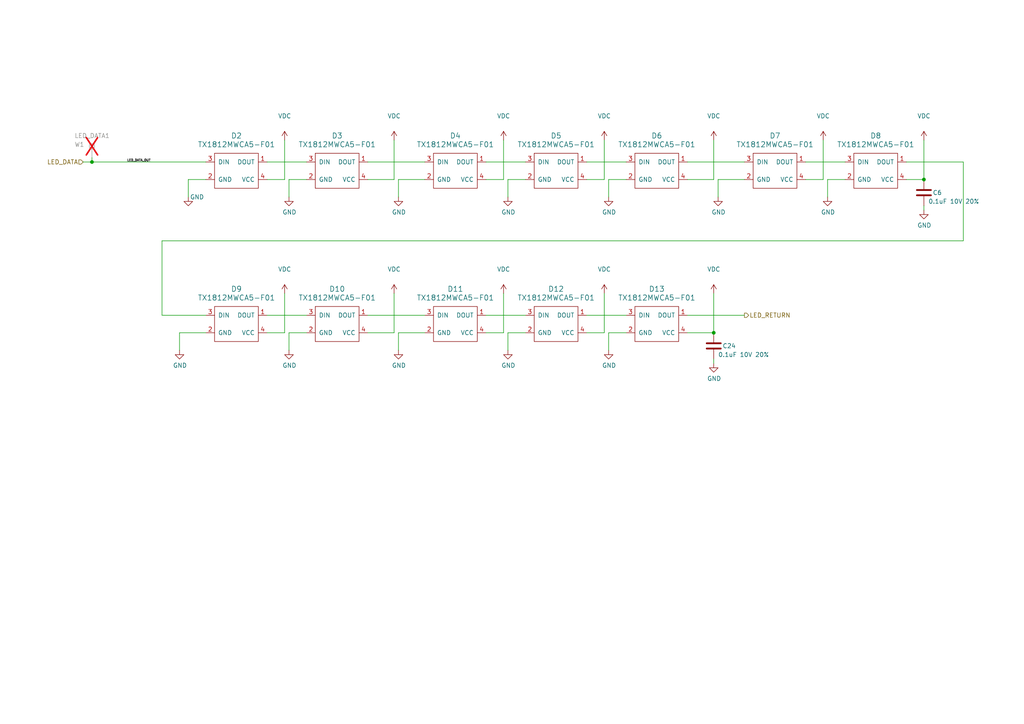
<source format=kicad_sch>
(kicad_sch (version 20250114) (generator "eeschema") (generator_version "9.0")
  (paper "A4")
  (title_block (title "Pixels D20 Schematic, Main") (date "2022-08-26") (rev "13") (company "Systemic Games, LLC") (comment 1 "LED Chain"))
  (lib_symbols
    (symbol "Device:C" (pin_numbers (hide yes)) (pin_names (offset 0.254))
      (property "Reference" "C" (at 0.635 2.54 0))
      (property "Value" "C" (at 0.635 -2.54 0))
      (symbol "C_0_1"
        (polyline (pts (xy -2.032 0.762) (xy 2.032 0.762)) (stroke (width 0.508)))
        (polyline (pts (xy -2.032 -0.762) (xy 2.032 -0.762)) (stroke (width 0.508)))
      )
      (symbol "C_1_1"
        (pin passive line (at 0 3.81 270) (length 2.794) (name "~") (number "1"))
        (pin passive line (at 0 -3.81 90) (length 2.794) (name "~") (number "2"))
      )
    )
    (symbol "Pixels-dice:TEST_1P-conn" (pin_numbers (hide yes)) (pin_names (offset 0.762) (hide yes))
      (property "Reference" "W" (at 0 6.858 0))
      (property "Value" "TEST_1P-conn" (at 0 5.08 0))
      (symbol "TEST_1P-conn_0_1"
        (circle (center 0 3.302) (radius 0.762))
      )
      (symbol "TEST_1P-conn_1_1"
        (pin passive line (at 0 0 90) (length 2.54) (name "1") (number "1"))
      )
    )
    (symbol "Pixels-dice:TX1812MJA5" (pin_names (offset 1.016))
      (property "Reference" "D" (at 0 -6.35 0))
      (property "Value" "TX1812MJA5" (at 0 6.35 0))
      (symbol "TX1812MJA5_0_1"
        (rectangle (start -6.35 5.08) (end 6.35 -5.08))
      )
      (symbol "TX1812MJA5_1_1"
        (pin input line (at -8.89 2.54 0) (length 2.54) (name "DIN") (number "3"))
        (pin power_in line (at -8.89 -2.54 0) (length 2.54) (name "GND") (number "2"))
        (pin output line (at 8.89 2.54 180) (length 2.54) (name "DOUT") (number "1"))
        (pin power_in line (at 8.89 -2.54 180) (length 2.54) (name "VCC") (number "4"))
      )
    )
    (symbol "power:GND" (power) (pin_names (offset 0))
      (property "Value" "GND" (at 0 -3.81 0))
      (symbol "GND_0_1"
        (polyline (pts (xy 0 0) (xy 0 -1.27) (xy 1.27 -1.27) (xy 0 -2.54) (xy -1.27 -1.27) (xy 0 -1.27)))
      )
      (symbol "GND_1_1"
        (pin power_in line (at 0 0 270) (length 0) (hide yes) (name "GND") (number "1"))
      )
    )
    (symbol "power:VDC" (power) (pin_names (offset 0))
      (property "Value" "VDC" (at 0 6.35 0))
      (symbol "VDC_0_1"
        (polyline (pts (xy -0.762 1.27) (xy 0 2.54)))
        (polyline (pts (xy 0 2.54) (xy 0.762 1.27)))
        (polyline (pts (xy 0 0) (xy 0 2.54)))
      )
      (symbol "VDC_1_1"
        (pin power_in line (at 0 0 90) (length 0) (hide yes) (name "VDC") (number "1"))
      )
    )
  )
  (junction (at 26.67 46.99))
  (junction (at 207.01 96.52))
  (junction (at 267.97 52.07))
  (wire (pts (xy 175.26 85.09) (xy 175.26 96.52)))
  (wire (pts (xy 207.01 40.64) (xy 207.01 52.07)))
  (wire (pts (xy 140.97 46.99) (xy 152.4 46.99)))
  (wire (pts (xy 279.4 46.99) (xy 279.4 69.85)))
  (wire (pts (xy 207.01 104.14) (xy 207.01 105.41)))
  (wire (pts (xy 233.68 52.07) (xy 238.76 52.07)))
  (wire (pts (xy 106.68 96.52) (xy 114.3 96.52)))
  (wire (pts (xy 176.53 96.52) (xy 176.53 101.6)))
  (wire (pts (xy 170.18 52.07) (xy 175.26 52.07)))
  (wire (pts (xy 176.53 52.07) (xy 181.61 52.07)))
  (wire (pts (xy 176.53 52.07) (xy 176.53 57.15)))
  (wire (pts (xy 82.55 85.09) (xy 82.55 96.52)))
  (wire (pts (xy 46.99 69.85) (xy 46.99 91.44)))
  (wire (pts (xy 146.05 85.09) (xy 146.05 96.52)))
  (wire (pts (xy 170.18 46.99) (xy 181.61 46.99)))
  (wire (pts (xy 77.47 91.44) (xy 88.9 91.44)))
  (wire (pts (xy 170.18 91.44) (xy 181.61 91.44)))
  (wire (pts (xy 114.3 40.64) (xy 114.3 52.07)))
  (wire (pts (xy 147.32 52.07) (xy 152.4 52.07)))
  (wire (pts (xy 147.32 96.52) (xy 152.4 96.52)))
  (wire (pts (xy 267.97 59.69) (xy 267.97 60.96)))
  (wire (pts (xy 262.89 52.07) (xy 267.97 52.07)))
  (wire (pts (xy 175.26 40.64) (xy 175.26 52.07)))
  (wire (pts (xy 140.97 91.44) (xy 152.4 91.44)))
  (wire (pts (xy 83.82 101.6) (xy 83.82 96.52)))
  (wire (pts (xy 106.68 46.99) (xy 123.19 46.99)))
  (wire (pts (xy 77.47 96.52) (xy 82.55 96.52)))
  (wire (pts (xy 83.82 57.15) (xy 83.82 52.07)))
  (wire (pts (xy 240.03 52.07) (xy 245.11 52.07)))
  (wire (pts (xy 199.39 52.07) (xy 207.01 52.07)))
  (wire (pts (xy 262.89 46.99) (xy 279.4 46.99)))
  (wire (pts (xy 267.97 40.64) (xy 267.97 52.07)))
  (wire (pts (xy 26.67 46.99) (xy 59.69 46.99)))
  (wire (pts (xy 106.68 52.07) (xy 114.3 52.07)))
  (wire (pts (xy 170.18 96.52) (xy 175.26 96.52)))
  (wire (pts (xy 54.61 52.07) (xy 54.61 57.15)))
  (wire (pts (xy 147.32 57.15) (xy 147.32 52.07)))
  (wire (pts (xy 114.3 85.09) (xy 114.3 96.52)))
  (wire (pts (xy 199.39 96.52) (xy 207.01 96.52)))
  (wire (pts (xy 26.67 45.72) (xy 26.67 46.99)))
  (wire (pts (xy 207.01 85.09) (xy 207.01 96.52)))
  (wire (pts (xy 208.28 52.07) (xy 208.28 57.15)))
  (wire (pts (xy 199.39 91.44) (xy 215.9 91.44)))
  (wire (pts (xy 46.99 91.44) (xy 59.69 91.44)))
  (wire (pts (xy 208.28 52.07) (xy 215.9 52.07)))
  (wire (pts (xy 147.32 101.6) (xy 147.32 96.52)))
  (wire (pts (xy 54.61 52.07) (xy 59.69 52.07)))
  (wire (pts (xy 83.82 96.52) (xy 88.9 96.52)))
  (wire (pts (xy 106.68 91.44) (xy 123.19 91.44)))
  (wire (pts (xy 52.07 96.52) (xy 59.69 96.52)))
  (wire (pts (xy 83.82 52.07) (xy 88.9 52.07)))
  (wire (pts (xy 140.97 52.07) (xy 146.05 52.07)))
  (wire (pts (xy 24.13 46.99) (xy 26.67 46.99)))
  (wire (pts (xy 233.68 46.99) (xy 245.11 46.99)))
  (wire (pts (xy 279.4 69.85) (xy 46.99 69.85)))
  (wire (pts (xy 115.57 96.52) (xy 115.57 101.6)))
  (wire (pts (xy 77.47 46.99) (xy 88.9 46.99)))
  (wire (pts (xy 115.57 96.52) (xy 123.19 96.52)))
  (wire (pts (xy 238.76 40.64) (xy 238.76 52.07)))
  (wire (pts (xy 140.97 96.52) (xy 146.05 96.52)))
  (wire (pts (xy 82.55 40.64) (xy 82.55 52.07)))
  (wire (pts (xy 199.39 46.99) (xy 215.9 46.99)))
  (wire (pts (xy 115.57 52.07) (xy 123.19 52.07)))
  (wire (pts (xy 146.05 40.64) (xy 146.05 52.07)))
  (wire (pts (xy 240.03 57.15) (xy 240.03 52.07)))
  (wire (pts (xy 77.47 52.07) (xy 82.55 52.07)))
  (wire (pts (xy 52.07 96.52) (xy 52.07 101.6)))
  (wire (pts (xy 176.53 96.52) (xy 181.61 96.52)))
  (wire (pts (xy 115.57 52.07) (xy 115.57 57.15)))
  (label "LED_DATA_OUT" (at 36.83 46.99 0) (effects (font (size 0.635 0.635))))
  (hierarchical_label "LED_RETURN" (shape output) (at 215.9 91.44 0))
  (hierarchical_label "LED_DATA" (shape input) (at 24.13 46.99 180))
  (symbol (lib_id "power:VDC") (at 82.55 40.64 0) (unit 1)
    (property "Reference" "#PWR0103" (effects (hide yes)))
    (property "Value" "VDC" (at 82.55 33.655 0))
  )
  (symbol (lib_id "power:VDC") (at 114.3 40.64 0) (unit 1)
    (property "Reference" "#PWR0104" (effects (hide yes)))
    (property "Value" "VDC" (at 114.3 33.655 0))
  )
  (symbol (lib_id "power:GND") (at 54.61 57.15 0) (unit 1)
    (property "Reference" "#PWR0105" (effects (hide yes)))
    (property "Value" "GND" (at 57.15 57.15 0))
  )
  (symbol (lib_id "power:GND") (at 83.82 57.15 0) (unit 1)
    (property "Reference" "#PWR0106" (effects (hide yes)))
    (property "Value" "GND" (at 83.947 61.5442 0))
  )
  (symbol (lib_id "power:VDC") (at 146.05 40.64 0) (unit 1)
    (property "Reference" "#PWR0107" (effects (hide yes)))
    (property "Value" "VDC" (at 146.05 33.655 0))
  )
  (symbol (lib_id "power:VDC") (at 175.26 40.64 0) (unit 1)
    (property "Reference" "#PWR0108" (effects (hide yes)))
    (property "Value" "VDC" (at 175.26 33.655 0))
  )
  (symbol (lib_id "power:GND") (at 115.57 57.15 0) (unit 1)
    (property "Reference" "#PWR0109" (effects (hide yes)))
    (property "Value" "GND" (at 115.697 61.5442 0))
  )
  (symbol (lib_id "power:GND") (at 147.32 57.15 0) (unit 1)
    (property "Reference" "#PWR0110" (effects (hide yes)))
    (property "Value" "GND" (at 147.447 61.5442 0))
  )
  (symbol (lib_id "power:VDC") (at 207.01 40.64 0) (unit 1)
    (property "Reference" "#PWR0111" (effects (hide yes)))
    (property "Value" "VDC" (at 207.01 33.655 0))
  )
  (symbol (lib_id "power:VDC") (at 238.76 40.64 0) (unit 1)
    (property "Reference" "#PWR0112" (effects (hide yes)))
    (property "Value" "VDC" (at 238.76 33.655 0))
  )
  (symbol (lib_id "power:VDC") (at 267.97 40.64 0) (unit 1)
    (property "Reference" "#PWR0113" (effects (hide yes)))
    (property "Value" "VDC" (at 267.97 33.655 0))
  )
  (symbol (lib_id "power:GND") (at 208.28 57.15 0) (unit 1)
    (property "Reference" "#PWR0114" (effects (hide yes)))
    (property "Value" "GND" (at 208.407 61.5442 0))
  )
  (symbol (lib_id "power:GND") (at 240.03 57.15 0) (unit 1)
    (property "Reference" "#PWR0115" (effects (hide yes)))
    (property "Value" "GND" (at 240.157 61.5442 0))
  )
  (symbol (lib_id "power:GND") (at 176.53 57.15 0) (unit 1)
    (property "Reference" "#PWR0116" (effects (hide yes)))
    (property "Value" "GND" (at 176.657 61.5442 0))
  )
  (symbol (lib_id "power:VDC") (at 82.55 85.09 0) (unit 1)
    (property "Reference" "#PWR0117" (effects (hide yes)))
    (property "Value" "VDC" (at 82.55 78.105 0))
  )
  (symbol (lib_id "power:VDC") (at 114.3 85.09 0) (unit 1)
    (property "Reference" "#PWR0118" (effects (hide yes)))
    (property "Value" "VDC" (at 114.3 78.105 0))
  )
  (symbol (lib_id "power:GND") (at 52.07 101.6 0) (unit 1)
    (property "Reference" "#PWR0119" (effects (hide yes)))
    (property "Value" "GND" (at 52.197 105.9942 0))
  )
  (symbol (lib_id "power:GND") (at 83.82 101.6 0) (unit 1)
    (property "Reference" "#PWR0120" (effects (hide yes)))
    (property "Value" "GND" (at 83.947 105.9942 0))
  )
  (symbol (lib_id "power:VDC") (at 175.26 85.09 0) (unit 1)
    (property "Reference" "#PWR0121" (effects (hide yes)))
    (property "Value" "VDC" (at 175.26 78.105 0))
  )
  (symbol (lib_id "power:GND") (at 115.57 101.6 0) (unit 1)
    (property "Reference" "#PWR0122" (effects (hide yes)))
    (property "Value" "GND" (at 115.697 105.9942 0))
  )
  (symbol (lib_id "power:GND") (at 147.32 101.6 0) (unit 1)
    (property "Reference" "#PWR0123" (effects (hide yes)))
    (property "Value" "GND" (at 147.447 105.9942 0))
  )
  (symbol (lib_id "power:VDC") (at 207.01 85.09 0) (unit 1)
    (property "Reference" "#PWR0124" (effects (hide yes)))
    (property "Value" "VDC" (at 207.01 78.105 0))
  )
  (symbol (lib_id "power:GND") (at 176.53 101.6 0) (unit 1)
    (property "Reference" "#PWR0129" (effects (hide yes)))
    (property "Value" "GND" (at 176.657 105.9942 0))
  )
  (symbol (lib_id "power:GND") (at 267.97 60.96 0) (unit 1)
    (property "Reference" "#PWR0140" (effects (hide yes)))
    (property "Value" "GND" (at 268.097 65.3542 0))
  )
  (symbol (lib_id "Device:C") (at 207.01 100.33 0) (unit 1)
    (property "Reference" "C24" (at 209.55 100.33 0) (effects (justify left)))
    (property "Value" "0.1uF 10V 20%" (at 208.28 102.87 0) (effects (justify left)))
    (property "Footprint" "Capacitor_SMD:C_0201_0603Metric" (effects (hide yes)))
    (property "Generic OK" "YES" (effects (hide yes)))
    (property "Manufacturer" "HRE" (effects (hide yes)))
    (property "LCSC Part #" "C6119757" (effects (hide yes)))
    (property "Part Number" "CGA0201X5R104K100ET" (effects (hide yes)))
  )
  (symbol (lib_id "power:GND") (at 207.01 105.41 0) (unit 1)
    (property "Reference" "#PWR0141" (effects (hide yes)))
    (property "Value" "GND" (at 207.137 109.8042 0))
  )
  (symbol (lib_id "Pixels-dice:TX1812MJA5") (at 224.79 49.53 0) (unit 1)
    (property "Reference" "D7" (at 224.79 39.37 0) (effects (font (size 1.524 1.524))))
    (property "Value" "TX1812MWCA5-F01" (at 224.79 41.91 0) (effects (font (size 1.524 1.524))))
    (property "Footprint" "Pixels-dice:TX1812MWCA5-F01" (effects (hide yes)))
    (property "Manufacturer" "TCWIN" (effects (hide yes)))
    (property "Part Number" "TX1812MWCA5-F01" (effects (hide yes)))
  )
  (symbol (lib_id "Device:C") (at 267.97 55.88 0) (unit 1)
    (property "Reference" "C6" (at 270.51 55.88 0) (effects (justify left)))
    (property "Value" "0.1uF 10V 20%" (at 269.24 58.42 0) (effects (justify left)))
    (property "Footprint" "Capacitor_SMD:C_0201_0603Metric" (effects (hide yes)))
    (property "Generic OK" "YES" (effects (hide yes)))
    (property "Manufacturer" "HRE" (effects (hide yes)))
    (property "LCSC Part #" "C6119757" (effects (hide yes)))
    (property "Part Number" "CGA0201X5R104K100ET" (effects (hide yes)))
  )
  (symbol (lib_id "Pixels-dice:TX1812MJA5") (at 161.29 49.53 0) (unit 1)
    (property "Reference" "D5" (at 161.29 39.37 0) (effects (font (size 1.524 1.524))))
    (property "Value" "TX1812MWCA5-F01" (at 161.29 41.91 0) (effects (font (size 1.524 1.524))))
    (property "Footprint" "Pixels-dice:TX1812MWCA5-F01" (effects (hide yes)))
    (property "Manufacturer" "TCWIN" (effects (hide yes)))
    (property "Part Number" "TX1812MWCA5-F01" (effects (hide yes)))
  )
  (symbol (lib_id "Pixels-dice:TX1812MJA5") (at 132.08 49.53 0) (unit 1)
    (property "Reference" "D4" (at 132.08 39.37 0) (effects (font (size 1.524 1.524))))
    (property "Value" "TX1812MWCA5-F01" (at 132.08 41.91 0) (effects (font (size 1.524 1.524))))
    (property "Footprint" "Pixels-dice:TX1812MWCA5-F01" (effects (hide yes)))
    (property "Manufacturer" "TCWIN" (effects (hide yes)))
    (property "Part Number" "TX1812MWCA5-F01" (effects (hide yes)))
  )
  (symbol (lib_id "Pixels-dice:TX1812MJA5") (at 132.08 93.98 0) (unit 1)
    (property "Reference" "D11" (at 132.08 83.82 0) (effects (font (size 1.524 1.524))))
    (property "Value" "TX1812MWCA5-F01" (at 132.08 86.36 0) (effects (font (size 1.524 1.524))))
    (property "Footprint" "Pixels-dice:TX1812MWCA5-F01" (effects (hide yes)))
    (property "Manufacturer" "TCWIN" (effects (hide yes)))
    (property "Part Number" "TX1812MWCA5-F01" (effects (hide yes)))
  )
  (symbol (lib_id "Pixels-dice:TX1812MJA5") (at 190.5 49.53 0) (unit 1)
    (property "Reference" "D6" (at 190.5 39.37 0) (effects (font (size 1.524 1.524))))
    (property "Value" "TX1812MWCA5-F01" (at 190.5 41.91 0) (effects (font (size 1.524 1.524))))
    (property "Footprint" "Pixels-dice:TX1812MWCA5-F01" (effects (hide yes)))
    (property "Manufacturer" "TCWIN" (effects (hide yes)))
    (property "Part Number" "TX1812MWCA5-F01" (effects (hide yes)))
  )
  (symbol (lib_id "Pixels-dice:TX1812MJA5") (at 190.5 93.98 0) (unit 1)
    (property "Reference" "D13" (at 190.5 83.82 0) (effects (font (size 1.524 1.524))))
    (property "Value" "TX1812MWCA5-F01" (at 190.5 86.36 0) (effects (font (size 1.524 1.524))))
    (property "Footprint" "Pixels-dice:TX1812MWCA5-F01" (effects (hide yes)))
    (property "Manufacturer" "TCWIN" (effects (hide yes)))
    (property "Part Number" "TX1812MWCA5-F01" (effects (hide yes)))
  )
  (symbol (lib_id "power:VDC") (at 146.05 85.09 0) (unit 1)
    (property "Reference" "#PWR015" (effects (hide yes)))
    (property "Value" "VDC" (at 146.05 78.105 0))
  )
  (symbol (lib_id "Pixels-dice:TX1812MJA5") (at 254 49.53 0) (unit 1)
    (property "Reference" "D8" (at 254 39.37 0) (effects (font (size 1.524 1.524))))
    (property "Value" "TX1812MWCA5-F01" (at 254 41.91 0) (effects (font (size 1.524 1.524))))
    (property "Footprint" "Pixels-dice:TX1812MWCA5-F01" (effects (hide yes)))
    (property "Manufacturer" "TCWIN" (effects (hide yes)))
    (property "Part Number" "TX1812MWCA5-F01" (effects (hide yes)))
  )
  (symbol (lib_id "Pixels-dice:TX1812MJA5") (at 97.79 93.98 0) (unit 1)
    (property "Reference" "D10" (at 97.79 83.82 0) (effects (font (size 1.524 1.524))))
    (property "Value" "TX1812MWCA5-F01" (at 97.79 86.36 0) (effects (font (size 1.524 1.524))))
    (property "Footprint" "Pixels-dice:TX1812MWCA5-F01" (effects (hide yes)))
    (property "Manufacturer" "TCWIN" (effects (hide yes)))
    (property "Part Number" "TX1812MWCA5-F01" (effects (hide yes)))
  )
  (symbol (lib_id "Pixels-dice:TX1812MJA5") (at 97.79 49.53 0) (unit 1)
    (property "Reference" "D3" (at 97.79 39.37 0) (effects (font (size 1.524 1.524))))
    (property "Value" "TX1812MWCA5-F01" (at 97.79 41.91 0) (effects (font (size 1.524 1.524))))
    (property "Footprint" "Pixels-dice:TX1812MWCA5-F01" (effects (hide yes)))
    (property "Manufacturer" "TCWIN" (effects (hide yes)))
    (property "Part Number" "TX1812MWCA5-F01" (effects (hide yes)))
  )
  (symbol (lib_id "Pixels-dice:TX1812MJA5") (at 68.58 49.53 0) (unit 1)
    (property "Reference" "D2" (at 68.58 39.37 0) (effects (font (size 1.524 1.524))))
    (property "Value" "TX1812MWCA5-F01" (at 68.58 41.91 0) (effects (font (size 1.524 1.524))))
    (property "Footprint" "Pixels-dice:TX1812MWCA5-F01" (effects (hide yes)))
    (property "Manufacturer" "TCWIN" (effects (hide yes)))
    (property "Part Number" "TX1812MWCA5-F01" (effects (hide yes)))
  )
  (symbol (lib_id "Pixels-dice:TX1812MJA5") (at 68.58 93.98 0) (unit 1)
    (property "Reference" "D9" (at 68.58 83.82 0) (effects (font (size 1.524 1.524))))
    (property "Value" "TX1812MWCA5-F01" (at 68.58 86.36 0) (effects (font (size 1.524 1.524))))
    (property "Footprint" "Pixels-dice:TX1812MWCA5-F01" (effects (hide yes)))
    (property "Manufacturer" "TCWIN" (effects (hide yes)))
    (property "Part Number" "TX1812MWCA5-F01" (effects (hide yes)))
  )
  (symbol (lib_id "Pixels-dice:TX1812MJA5") (at 161.29 93.98 0) (unit 1)
    (property "Reference" "D12" (at 161.29 83.82 0) (effects (font (size 1.524 1.524))))
    (property "Value" "TX1812MWCA5-F01" (at 161.29 86.36 0) (effects (font (size 1.524 1.524))))
    (property "Footprint" "Pixels-dice:TX1812MWCA5-F01" (effects (hide yes)))
    (property "Manufacturer" "TCWIN" (effects (hide yes)))
    (property "Part Number" "TX1812MWCA5-F01" (effects (hide yes)))
  )
  (symbol (lib_id "Pixels-dice:TEST_1P-conn") (at 26.67 45.72 0) (unit 1) (in_bom no) (dnp yes)
    (property "Reference" "W1" (at 21.59 41.91 0) (effects (justify left)))
    (property "Value" "LED_DATA1" (at 21.59 39.37 0) (effects (justify left)))
    (property "Footprint" "Pixels-dice:TEST_PIN" (effects (hide yes)))
    (property "Generic OK" "N/A" (effects (hide yes)))
  )
)
</source>
